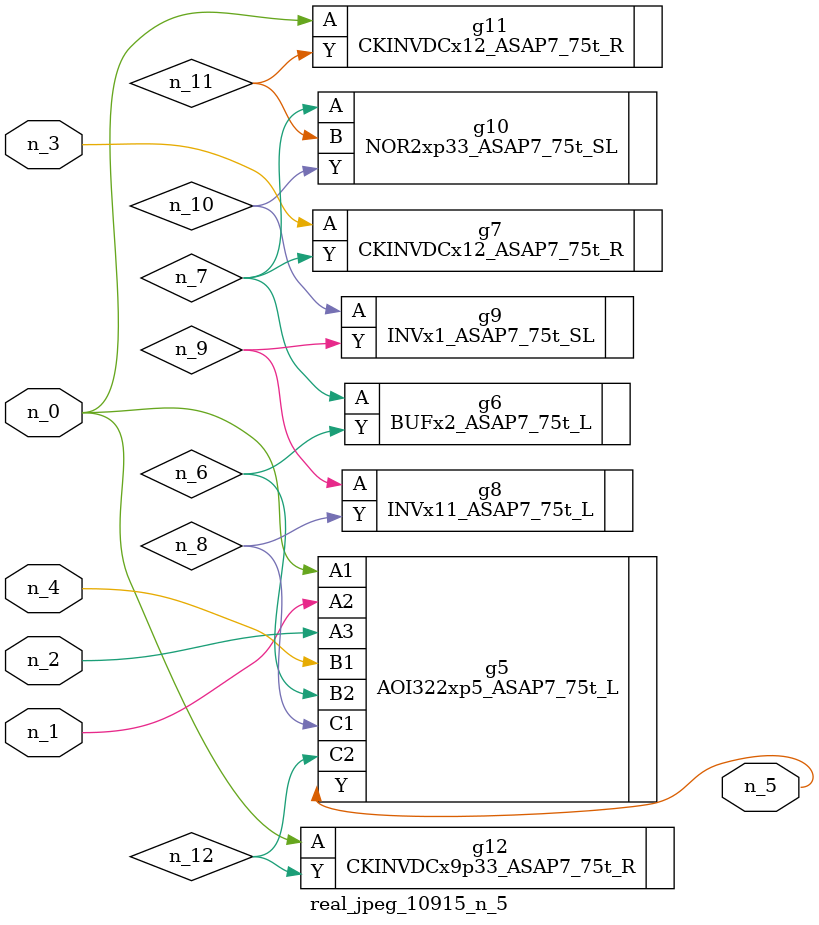
<source format=v>
module real_jpeg_10915_n_5 (n_4, n_0, n_1, n_2, n_3, n_5);

input n_4;
input n_0;
input n_1;
input n_2;
input n_3;

output n_5;

wire n_12;
wire n_8;
wire n_11;
wire n_6;
wire n_7;
wire n_10;
wire n_9;

AOI322xp5_ASAP7_75t_L g5 ( 
.A1(n_0),
.A2(n_1),
.A3(n_2),
.B1(n_4),
.B2(n_6),
.C1(n_8),
.C2(n_12),
.Y(n_5)
);

CKINVDCx12_ASAP7_75t_R g11 ( 
.A(n_0),
.Y(n_11)
);

CKINVDCx9p33_ASAP7_75t_R g12 ( 
.A(n_0),
.Y(n_12)
);

CKINVDCx12_ASAP7_75t_R g7 ( 
.A(n_3),
.Y(n_7)
);

BUFx2_ASAP7_75t_L g6 ( 
.A(n_7),
.Y(n_6)
);

NOR2xp33_ASAP7_75t_SL g10 ( 
.A(n_7),
.B(n_11),
.Y(n_10)
);

INVx11_ASAP7_75t_L g8 ( 
.A(n_9),
.Y(n_8)
);

INVx1_ASAP7_75t_SL g9 ( 
.A(n_10),
.Y(n_9)
);


endmodule
</source>
